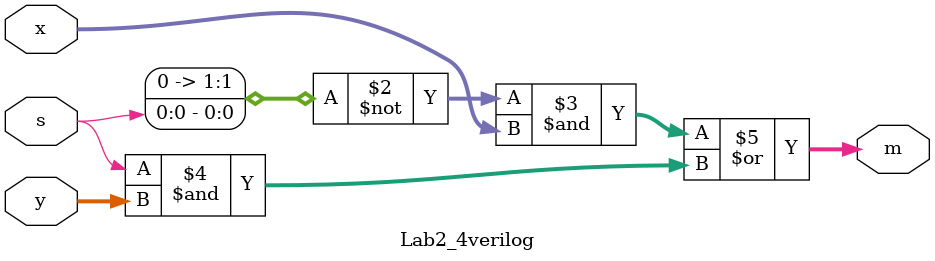
<source format=v>
`timescale 1ns / 1ps


module Lab2_4verilog(
    input [1:0]x,
    input [1:0]y,
    input s,
    output [1:0]m
    );
    
    assign #3 m = (~s&x) | (s&y);
endmodule

</source>
